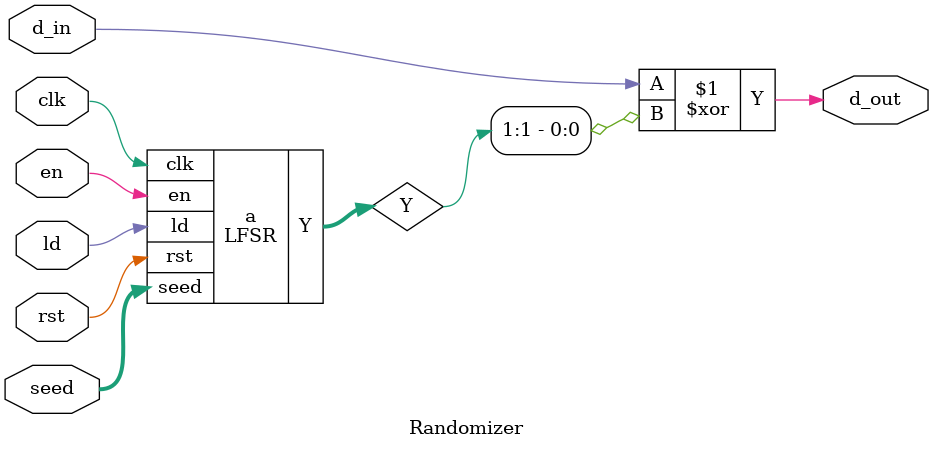
<source format=v>





module LFSR( 

input			 clk,
input 			rst,
input 			en,
output reg [1:15] 	 Y,
input			ld,
input[1:15]		seed
);

   wire [1:15] nxt;

initial Y = 15'b011011100010101;
always @(posedge clk or posedge rst)
    if (rst)
      Y <= 15'b011011100010101;
    else if(en)
	if(ld)
	Y<=seed;
	else
	Y<=nxt; 
	
assign nxt = {Y[15]^Y[15-1],Y[1:15-1]};     

endmodule



module Randomizer(
  	input		d_in,
	input		clk,
	input		 rst,
	input		en,
 	output 		d_out,
	input		ld,
	input[1:15]	seed
);
//input d_in,clk, rst,en;
//output d_out;

 wire [1:15]Y;
LFSR a(clk,rst,en,Y,ld,seed);

assign d_out=d_in^Y[1];

endmodule




</source>
